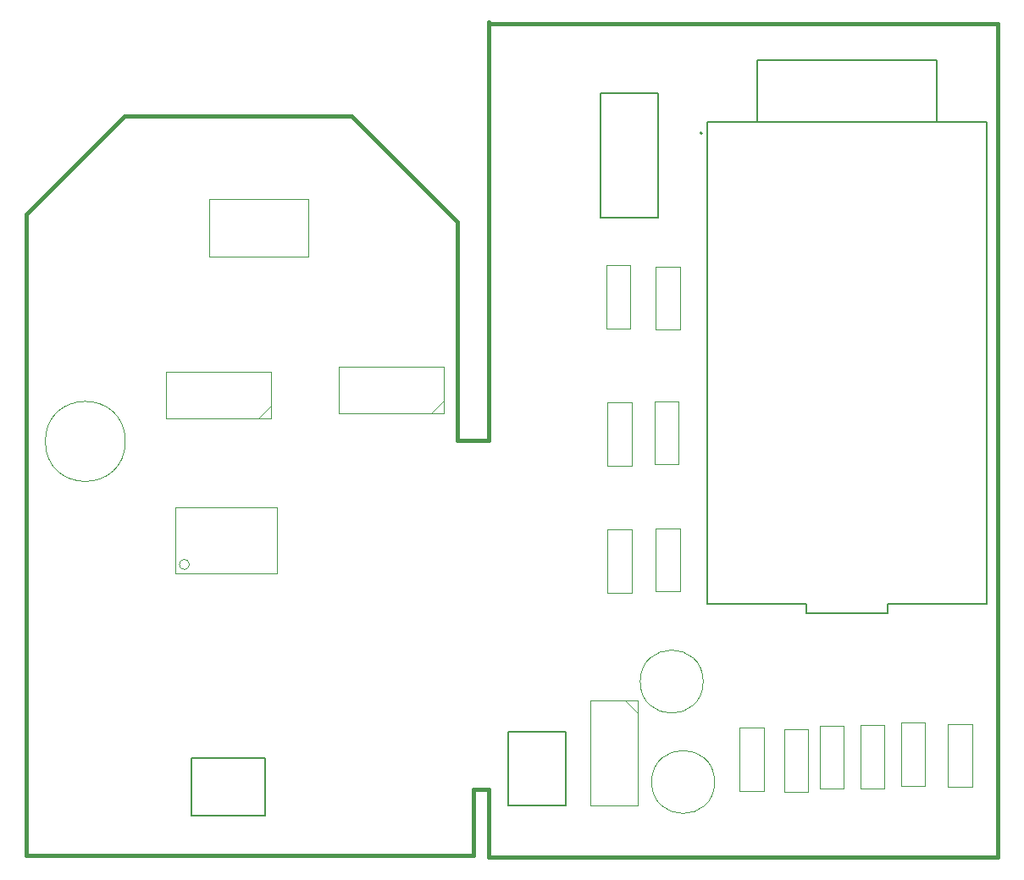
<source format=gbr>
G04*
G04 #@! TF.GenerationSoftware,Altium Limited,Altium Designer,23.8.1 (32)*
G04*
G04 Layer_Color=16711935*
%FSLAX44Y44*%
%MOMM*%
G71*
G04*
G04 #@! TF.SameCoordinates,B6B44BCC-8F3F-42C6-BD7A-2A87D95AF342*
G04*
G04*
G04 #@! TF.FilePolarity,Positive*
G04*
G01*
G75*
%ADD10C,0.2000*%
%ADD14C,0.1270*%
%ADD15C,0.1000*%
%ADD45C,0.3810*%
D10*
X955120Y977730D02*
G03*
X955120Y977730I-1000J0D01*
G01*
X444080Y295900D02*
X518080D01*
Y353400D01*
X444080D02*
X518080D01*
X444080Y295900D02*
Y353400D01*
X818520Y305700D02*
Y379700D01*
X761020D02*
X818520D01*
X761020Y305700D02*
Y379700D01*
Y305700D02*
X818520D01*
X853730Y893640D02*
Y1017640D01*
X911230D01*
Y893640D02*
Y1017640D01*
X853730Y893640D02*
X911230D01*
D14*
X960320Y507030D02*
Y989030D01*
X1239320Y507030D02*
Y989030D01*
X1189820D02*
X1239320D01*
X1009820D02*
X1189820D01*
X960320D02*
X1009820D01*
Y1051030D01*
X1189820D01*
Y989030D02*
Y1051030D01*
X960320Y507030D02*
X1059120D01*
Y498030D02*
Y507030D01*
Y498030D02*
X1140420D01*
Y507030D01*
X1239320D01*
D15*
X956060Y429460D02*
G03*
X956060Y429460I-31500J0D01*
G01*
X378410Y669600D02*
G03*
X378410Y669600I-40000J0D01*
G01*
X442350Y546540D02*
G03*
X442350Y546540I-5000J0D01*
G01*
X967490Y329130D02*
G03*
X967490Y329130I-31500J0D01*
G01*
X1113220Y385830D02*
X1137220D01*
Y322830D02*
Y385830D01*
X1113220Y322830D02*
Y385830D01*
Y322830D02*
X1137220D01*
X1072580Y385280D02*
X1096580D01*
Y322280D02*
Y385280D01*
X1072580Y322280D02*
Y385280D01*
Y322280D02*
X1096580D01*
X1037020Y382020D02*
X1061020D01*
Y319020D02*
Y382020D01*
X1037020Y319020D02*
Y382020D01*
Y319020D02*
X1061020D01*
X992570Y383290D02*
X1016570D01*
Y320290D02*
Y383290D01*
X992570Y320290D02*
Y383290D01*
Y320290D02*
X1016570D01*
X1153860Y388370D02*
X1177860D01*
Y325370D02*
Y388370D01*
X1153860Y325370D02*
Y388370D01*
Y325370D02*
X1177860D01*
X1200850Y387100D02*
X1224850D01*
Y324100D02*
Y387100D01*
X1200850Y324100D02*
Y387100D01*
Y324100D02*
X1224850D01*
X859220Y782570D02*
X883220D01*
X859220D02*
Y845570D01*
X883220Y782570D02*
Y845570D01*
X859220D02*
X883220D01*
X908750Y781300D02*
X932750D01*
X908750D02*
Y844300D01*
X932750Y781300D02*
Y844300D01*
X908750D02*
X932750D01*
X860490Y518410D02*
X884490D01*
X860490D02*
Y581410D01*
X884490Y518410D02*
Y581410D01*
X860490D02*
X884490D01*
X908750Y519680D02*
X932750D01*
X908750D02*
Y582680D01*
X932750Y519680D02*
Y582680D01*
X908750D02*
X932750D01*
X890520Y305440D02*
Y410840D01*
X843520Y305440D02*
X890520D01*
X843520D02*
Y410840D01*
X890520D01*
X877820D02*
X890520Y398140D01*
X462620Y911540D02*
X561620D01*
X462620Y854040D02*
Y911540D01*
Y854040D02*
X561620D01*
Y911540D01*
X529850Y537540D02*
Y603540D01*
X428350Y537540D02*
Y603540D01*
X529850D01*
X428350Y537540D02*
X529850D01*
X511480Y692210D02*
X524180Y704910D01*
Y692210D02*
Y739210D01*
X418780D02*
X524180D01*
X418780Y692210D02*
Y739210D01*
Y692210D02*
X524180D01*
X907480Y646680D02*
X931480D01*
X907480D02*
Y709680D01*
X931480Y646680D02*
Y709680D01*
X907480D02*
X931480D01*
X860490Y645410D02*
X884490D01*
X860490D02*
Y708410D01*
X884490Y645410D02*
Y708410D01*
X860490D02*
X884490D01*
X684200Y697290D02*
X696900Y709990D01*
Y697290D02*
Y744290D01*
X591500D02*
X696900D01*
X591500Y697290D02*
Y744290D01*
Y697290D02*
X696900D01*
D45*
X279400Y255270D02*
X726440D01*
Y321310D01*
X741680D01*
Y254000D02*
Y321310D01*
Y254000D02*
X1250460D01*
X1250460Y1087120D02*
X1250460Y254000D01*
X741680Y1087120D02*
X1250460D01*
X741680Y671830D02*
Y1088390D01*
X709930Y670560D02*
X741680D01*
X709930D02*
Y889000D01*
X604520Y994410D02*
X709930Y889000D01*
X377190Y994410D02*
X604520D01*
X279400Y896620D02*
X377190Y994410D01*
X279400Y896620D02*
X279400Y255270D01*
M02*

</source>
